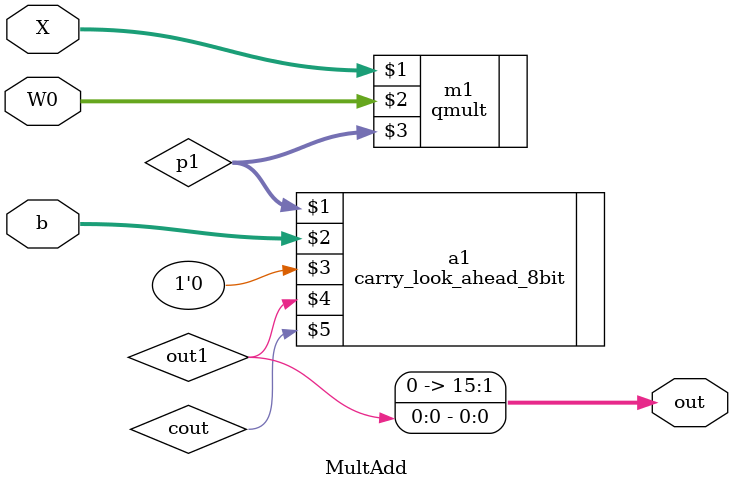
<source format=v>
module MultAdd(X, W0, b, out);	
	// Concatenates and Adds
	// incoming data signed and fixed width
	parameter DATA_WIDTH = 16;
	parameter FRACT_WIDTH = 8;
	
	input signed [DATA_WIDTH-1:0] X;
	input signed [DATA_WIDTH-1:0] W0, b;
	output signed [DATA_WIDTH-1:0] out;

	// internal regs/wires
	wire signed [DATA_WIDTH+DATA_WIDTH-1:0] p1;
	wire cout;
	
	// behavior: out = W*{x,h_in} + b where W={W0,W1}
	qmult #(DATA_WIDTH, FRACT_WIDTH) m1 (X,W0, p1, );

	carry_look_ahead_8bit a1 (p1, b, 1'b0, out1, cout);	//is not n bit configurable (to fix)

	assign out = out1;

endmodule
</source>
